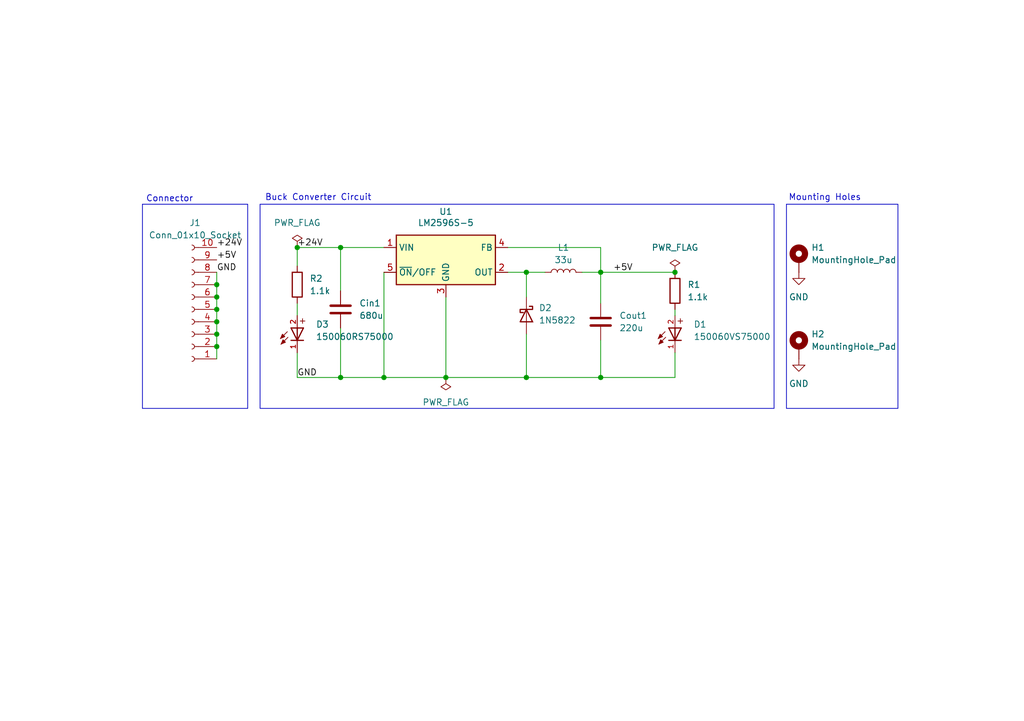
<source format=kicad_sch>
(kicad_sch (version 20231120) (generator "eeschema") (generator_version "8.0")
  (paper "A5")
  (lib_symbols
    (symbol "Library:1N5822" (pin_numbers hide) (pin_names (offset 1.016) hide)
      (property "Reference" "D" (at 0 2.54 0))
      (property "Value" "1N5822" (at 0 -2.54 0))
      (symbol "1N5822_0_1"
        (polyline (pts (xy 1.27 0) (xy -1.27 0)))
        (polyline (pts (xy 1.27 1.27) (xy 1.27 -1.27) (xy -1.27 0) (xy 1.27 1.27)) (stroke (width 0.254)))
        (polyline (pts (xy -1.905 0.635) (xy -1.905 1.27) (xy -1.27 1.27) (xy -1.27 -1.27) (xy -0.635 -1.27) (xy -0.635 -0.635)) (stroke (width 0.254)))
      )
      (symbol "1N5822_1_1"
        (pin passive line (at -3.81 0 0) (length 2.54) (name "K") (number "1"))
        (pin passive line (at 3.81 0 180) (length 2.54) (name "A") (number "2"))
      )
    )
    (symbol "Library:C" (pin_numbers hide) (pin_names (offset 0.254))
      (property "Reference" "C" (at 0.635 2.54 0))
      (property "Value" "C" (at 0.635 -2.54 0))
      (symbol "C_0_1"
        (polyline (pts (xy -2.032 -0.762) (xy 2.032 -0.762)) (stroke (width 0.508)))
        (polyline (pts (xy -2.032 0.762) (xy 2.032 0.762)) (stroke (width 0.508)))
      )
      (symbol "C_1_1"
        (pin passive line (at 0 3.81 270) (length 2.794) (name "~") (number "1"))
        (pin passive line (at 0 -3.81 90) (length 2.794) (name "~") (number "2"))
      )
    )
    (symbol "Library:Conn_01x10_Socket" (pin_names (offset 1.016) hide)
      (property "Reference" "J" (at 0 12.7 0))
      (property "Value" "Conn_01x10_Socket" (at 0 -15.24 0))
      (symbol "Conn_01x10_Socket_1_1"
        (arc (start 0 -12.192) (mid -0.5058 -12.7) (end 0 -13.208) (stroke (width 0.1524)))
        (arc (start 0 -9.652) (mid -0.5058 -10.16) (end 0 -10.668) (stroke (width 0.1524)))
        (arc (start 0 -7.112) (mid -0.5058 -7.62) (end 0 -8.128) (stroke (width 0.1524)))
        (arc (start 0 -4.572) (mid -0.5058 -5.08) (end 0 -5.588) (stroke (width 0.1524)))
        (arc (start 0 -2.032) (mid -0.5058 -2.54) (end 0 -3.048) (stroke (width 0.1524)))
        (polyline (pts (xy -1.27 -12.7) (xy -0.508 -12.7)) (stroke (width 0.1524)))
        (polyline (pts (xy -1.27 -10.16) (xy -0.508 -10.16)) (stroke (width 0.1524)))
        (polyline (pts (xy -1.27 -7.62) (xy -0.508 -7.62)) (stroke (width 0.1524)))
        (polyline (pts (xy -1.27 -5.08) (xy -0.508 -5.08)) (stroke (width 0.1524)))
        (polyline (pts (xy -1.27 -2.54) (xy -0.508 -2.54)) (stroke (width 0.1524)))
        (polyline (pts (xy -1.27 0) (xy -0.508 0)) (stroke (width 0.1524)))
        (polyline (pts (xy -1.27 2.54) (xy -0.508 2.54)) (stroke (width 0.1524)))
        (polyline (pts (xy -1.27 5.08) (xy -0.508 5.08)) (stroke (width 0.1524)))
        (polyline (pts (xy -1.27 7.62) (xy -0.508 7.62)) (stroke (width 0.1524)))
        (polyline (pts (xy -1.27 10.16) (xy -0.508 10.16)) (stroke (width 0.1524)))
        (arc (start 0 0.508) (mid -0.5058 0) (end 0 -0.508) (stroke (width 0.1524)))
        (arc (start 0 3.048) (mid -0.5058 2.54) (end 0 2.032) (stroke (width 0.1524)))
        (arc (start 0 5.588) (mid -0.5058 5.08) (end 0 4.572) (stroke (width 0.1524)))
        (arc (start 0 8.128) (mid -0.5058 7.62) (end 0 7.112) (stroke (width 0.1524)))
        (arc (start 0 10.668) (mid -0.5058 10.16) (end 0 9.652) (stroke (width 0.1524)))
        (pin passive line (at -5.08 10.16 0) (length 3.81) (name "Pin_1") (number "1"))
        (pin passive line (at -5.08 -12.7 0) (length 3.81) (name "Pin_10") (number "10"))
        (pin passive line (at -5.08 7.62 0) (length 3.81) (name "Pin_2") (number "2"))
        (pin passive line (at -5.08 5.08 0) (length 3.81) (name "Pin_3") (number "3"))
        (pin passive line (at -5.08 2.54 0) (length 3.81) (name "Pin_4") (number "4"))
        (pin passive line (at -5.08 0 0) (length 3.81) (name "Pin_5") (number "5"))
        (pin passive line (at -5.08 -2.54 0) (length 3.81) (name "Pin_6") (number "6"))
        (pin passive line (at -5.08 -5.08 0) (length 3.81) (name "Pin_7") (number "7"))
        (pin passive line (at -5.08 -7.62 0) (length 3.81) (name "Pin_8") (number "8"))
        (pin passive line (at -5.08 -10.16 0) (length 3.81) (name "Pin_9") (number "9"))
      )
    )
    (symbol "Library:L" (pin_numbers hide) (pin_names (offset 1.016) hide)
      (property "Reference" "L" (at -1.27 0 90))
      (property "Value" "L" (at 1.905 0 90))
      (symbol "L_0_1"
        (arc (start 0 -2.54) (mid 0.6323 -1.905) (end 0 -1.27))
        (arc (start 0 -1.27) (mid 0.6323 -0.635) (end 0 0))
        (arc (start 0 0) (mid 0.6323 0.635) (end 0 1.27))
        (arc (start 0 1.27) (mid 0.6323 1.905) (end 0 2.54))
      )
      (symbol "L_1_1"
        (pin passive line (at 0 3.81 270) (length 1.27) (name "1") (number "1"))
        (pin passive line (at 0 -3.81 90) (length 1.27) (name "2") (number "2"))
      )
    )
    (symbol "Library:LM2596S-5"
      (property "Reference" "U" (at -10.16 6.35 0))
      (property "Value" "LM2596S-5" (at 0 6.35 0))
      (symbol "LM2596S-5_0_1"
        (rectangle (start -10.16 5.08) (end 10.16 -5.08) (stroke (width 0.254)) (fill (type background)))
      )
      (symbol "LM2596S-5_1_1"
        (pin power_in line (at -12.7 2.54 0) (length 2.54) (name "VIN") (number "1"))
        (pin output line (at 12.7 -2.54 180) (length 2.54) (name "OUT") (number "2"))
        (pin power_in line (at 0 -7.62 90) (length 2.54) (name "GND") (number "3"))
        (pin input line (at 12.7 2.54 180) (length 2.54) (name "FB") (number "4"))
        (pin input line (at -12.7 -2.54 0) (length 2.54) (name "~{ON}/OFF") (number "5"))
      )
    )
    (symbol "Library:PWR_FLAG" (power) (pin_numbers hide) (pin_names (offset 0) hide)
      (property "Value" "PWR_FLAG" (at 0 3.81 0))
      (symbol "PWR_FLAG_0_0"
        (pin power_out line (at 0 0 90) (length 0) (name "~") (number "1"))
      )
      (symbol "PWR_FLAG_0_1"
        (polyline (pts (xy 0 0) (xy 0 1.27) (xy -1.016 1.905) (xy 0 2.54) (xy 1.016 1.905) (xy 0 1.27)))
      )
    )
    (symbol "Library:R" (pin_numbers hide) (pin_names (offset 0))
      (property "Reference" "R" (at 2.032 0 90))
      (property "Value" "R" (at 0 0 90))
      (symbol "R_0_1"
        (rectangle (start -1.016 -2.54) (end 1.016 2.54) (stroke (width 0.254)))
      )
      (symbol "R_1_1"
        (pin passive line (at 0 3.81 270) (length 1.27) (name "~") (number "1"))
        (pin passive line (at 0 -3.81 90) (length 1.27) (name "~") (number "2"))
      )
    )
    (symbol "Library:WL-SMCW_0603" (pin_names (offset 1.016))
      (property "Reference" "D" (at -1.988 3.972 0))
      (property "Value" "WL-SMCW_0603" (at -2.628 -3.928 0))
      (symbol "WL-SMCW_0603_0_0"
        (polyline (pts (xy 0 -1.27) (xy 0 0)) (stroke (width 0.254)))
        (polyline (pts (xy 0 0) (xy 0 1.27)) (stroke (width 0.254)))
        (polyline (pts (xy 0 0) (xy 2.54 0)) (stroke (width 0.254)))
        (polyline (pts (xy 0 0) (xy 2.54 1.27)) (stroke (width 0.254)))
        (polyline (pts (xy 0.635 1.905) (xy -0.762 3.302)) (stroke (width 0.1524)))
        (polyline (pts (xy 1.778 2.032) (xy 0.381 3.429)) (stroke (width 0.1524)))
        (polyline (pts (xy 2.54 -1.27) (xy 0 0)) (stroke (width 0.254)))
        (polyline (pts (xy 2.54 -1.27) (xy 2.54 0)) (stroke (width 0.254)))
        (polyline (pts (xy 2.54 0) (xy 2.54 1.27)) (stroke (width 0.254)))
        (polyline (pts (xy -0.762 3.302) (xy 0.127 2.921) (xy -0.381 2.413) (xy -0.762 3.302)) (stroke (width 0.1524)) (fill (type outline)))
        (polyline (pts (xy 0.381 3.429) (xy 1.27 3.048) (xy 0.762 2.54) (xy 0.381 3.429)) (stroke (width 0.1524)) (fill (type outline)))
        (text "+" (at 3.08 -1.74 0) (effects (font (size 1.27 1.27)) (justify left bottom)))
        (pin passive line (at -2.54 0 0) (length 2.54) (name "~") (number "1"))
        (pin passive line (at 5.08 0 180) (length 2.54) (name "~") (number "2"))
      )
    )
    (symbol "Mechanical:MountingHole_Pad" (pin_numbers hide) (pin_names (offset 1.016) hide) (exclude_from_sim yes) (in_bom no)
      (property "Reference" "H" (at 0 6.35 0))
      (property "Value" "MountingHole_Pad" (at 0 4.445 0))
      (symbol "MountingHole_Pad_0_1"
        (circle (center 0 1.27) (radius 1.27) (stroke (width 1.27)))
      )
      (symbol "MountingHole_Pad_1_1"
        (pin input line (at 0 -2.54 90) (length 2.54) (name "1") (number "1"))
      )
    )
    (symbol "power:GND" (power) (pin_numbers hide) (pin_names (offset 0) hide)
      (property "Value" "GND" (at 0 -3.81 0))
      (symbol "GND_0_1"
        (polyline (pts (xy 0 0) (xy 0 -1.27) (xy 1.27 -1.27) (xy 0 -2.54) (xy -1.27 -1.27) (xy 0 -1.27)))
      )
      (symbol "GND_1_1"
        (pin power_in line (at 0 0 270) (length 0) (name "~") (number "1"))
      )
    )
  )
  (junction (at 44.45 71.12))
  (junction (at 78.74 77.47))
  (junction (at 69.85 77.47))
  (junction (at 107.95 77.47))
  (junction (at 44.45 63.5))
  (junction (at 69.85 50.8))
  (junction (at 44.45 66.04))
  (junction (at 60.96 50.8))
  (junction (at 44.45 58.42))
  (junction (at 123.19 55.88))
  (junction (at 91.44 77.47))
  (junction (at 107.95 55.88))
  (junction (at 44.45 60.96))
  (junction (at 123.19 77.47))
  (junction (at 44.45 68.58))
  (junction (at 138.43 55.88))
  (wire (pts (xy 107.95 55.88) (xy 111.76 55.88)))
  (wire (pts (xy 123.19 50.8) (xy 123.19 55.88)))
  (wire (pts (xy 44.45 71.12) (xy 44.45 73.66)))
  (wire (pts (xy 123.19 77.47) (xy 138.43 77.47)))
  (wire (pts (xy 60.96 50.8) (xy 60.96 54.61)))
  (wire (pts (xy 78.74 55.88) (xy 78.74 77.47)))
  (wire (pts (xy 44.45 55.88) (xy 44.45 58.42)))
  (wire (pts (xy 138.43 63.5) (xy 138.43 64.77)))
  (wire (pts (xy 104.14 55.88) (xy 107.95 55.88)))
  (wire (pts (xy 123.19 62.23) (xy 123.19 55.88)))
  (wire (pts (xy 44.45 68.58) (xy 44.45 71.12)))
  (wire (pts (xy 69.85 59.69) (xy 69.85 50.8)))
  (wire (pts (xy 69.85 77.47) (xy 78.74 77.47)))
  (wire (pts (xy 91.44 77.47) (xy 107.95 77.47)))
  (wire (pts (xy 123.19 69.85) (xy 123.19 77.47)))
  (wire (pts (xy 60.96 62.23) (xy 60.96 64.77)))
  (wire (pts (xy 44.45 60.96) (xy 44.45 63.5)))
  (wire (pts (xy 138.43 72.39) (xy 138.43 77.47)))
  (wire (pts (xy 69.85 67.31) (xy 69.85 77.47)))
  (wire (pts (xy 44.45 66.04) (xy 44.45 68.58)))
  (wire (pts (xy 91.44 60.96) (xy 91.44 77.47)))
  (wire (pts (xy 123.19 55.88) (xy 138.43 55.88)))
  (wire (pts (xy 78.74 77.47) (xy 91.44 77.47)))
  (wire (pts (xy 104.14 50.8) (xy 123.19 50.8)))
  (wire (pts (xy 107.95 60.96) (xy 107.95 55.88)))
  (wire (pts (xy 44.45 58.42) (xy 44.45 60.96)))
  (wire (pts (xy 69.85 50.8) (xy 78.74 50.8)))
  (wire (pts (xy 107.95 77.47) (xy 123.19 77.47)))
  (wire (pts (xy 119.38 55.88) (xy 123.19 55.88)))
  (wire (pts (xy 60.96 72.39) (xy 60.96 77.47)))
  (wire (pts (xy 107.95 68.58) (xy 107.95 77.47)))
  (wire (pts (xy 60.96 50.8) (xy 69.85 50.8)))
  (wire (pts (xy 44.45 63.5) (xy 44.45 66.04)))
  (wire (pts (xy 60.96 77.47) (xy 69.85 77.47)))
  (rectangle (start 29.21 41.91) (end 50.8 83.82))
  (rectangle (start 53.34 41.91) (end 158.75 83.82))
  (rectangle (start 161.29 41.91) (end 184.15 83.82))
  (text "Connector" (at 34.798 40.894 0) (effects (font (size 1.27 1.27))))
  (text "Buck Converter Circuit" (at 65.278 40.64 0) (effects (font (size 1.27 1.27))))
  (text "Mounting Holes" (at 169.164 40.64 0) (effects (font (size 1.27 1.27))))
  (label "GND" (at 60.96 77.47 0))
  (label "GND" (at 44.45 55.88 0))
  (label "+5V" (at 125.73 55.88 0))
  (label "+24V" (at 60.96 50.8 0))
  (label "+5V" (at 44.45 53.34 0))
  (label "+24V" (at 44.45 50.8 0))
  (symbol (lib_id "Library:1N5822") (at 107.95 64.77 270) (unit 1)
    (property "Reference" "D2" (at 110.49 63.1824 90) (effects (justify left)))
    (property "Value" "1N5822" (at 110.49 65.7224 90) (effects (justify left)))
    (property "Footprint" "Diode_THT:D_DO-201AD_P15.24mm_Horizontal" (effects (hide yes)))
    (property "Datasheet" "http://www.vishay.com/docs/88526/1n5820.pdf" (effects (hide yes)))
    (property "Description" "40V 3A Schottky Barrier Rectifier Diode, DO-201AD" (effects (hide yes)))
  )
  (symbol (lib_id "Library:Conn_01x10_Socket") (at 39.37 63.5 180) (unit 1)
    (property "Reference" "J1" (at 40.005 45.72 0))
    (property "Value" "Conn_01x10_Socket" (at 40.005 48.26 0))
    (property "Footprint" "10pin Socket:PRECI-DIP_310-87-110-41-001101" (effects (hide yes)))
    (property "Description" "Generic connector, single row, 01x10, script generated" (effects (hide yes)))
  )
  (symbol (lib_id "Library:L") (at 115.57 55.88 90) (unit 1)
    (property "Reference" "L1" (at 115.57 50.8 90))
    (property "Value" "33u" (at 115.57 53.34 90))
    (property "Footprint" "NLCV32T_330K_EF:INDM3225X240N" (effects (hide yes)))
    (property "Description" "Inductor" (effects (hide yes)))
  )
  (symbol (lib_id "Library:PWR_FLAG") (at 60.96 50.8 0) (unit 1)
    (property "Reference" "#FLG01" (effects (hide yes)))
    (property "Value" "PWR_FLAG" (at 60.96 45.72 0))
    (property "Description" "Special symbol for telling ERC where power comes from" (effects (hide yes)))
  )
  (symbol (lib_id "Library:C") (at 123.19 66.04 0) (unit 1)
    (property "Reference" "Cout1" (at 127 64.7699 0) (effects (justify left)))
    (property "Value" "220u" (at 127 67.3099 0) (effects (justify left)))
    (property "Footprint" "footprints:CAP_YX_6P3X11_RUB" (effects (hide yes)))
    (property "Description" "Unpolarized capacitor" (effects (hide yes)))
  )
  (symbol (lib_id "power:GND") (at 163.83 55.88 0) (unit 1)
    (property "Reference" "#PWR02" (effects (hide yes)))
    (property "Value" "GND" (at 163.83 60.96 0))
    (property "Description" "Power symbol creates a global label with name \"GND\" , ground" (effects (hide yes)))
  )
  (symbol (lib_id "Library:WL-SMCW_0603") (at 138.43 69.85 90) (unit 1)
    (property "Reference" "D1" (at 142.24 66.5616 90) (effects (justify right)))
    (property "Value" "150060VS75000" (at 142.24 69.1016 90) (effects (justify right)))
    (property "Footprint" "WL-SMCW_0603:WL-SMCW_0603" (effects (hide yes)))
    (property "Datasheet" "https://www.we-online.com/components/products/datasheet/150060VS75000.pdf" (effects (hide yes)))
    (property "Description" "Light emitting diode" (effects (hide yes)))
  )
  (symbol (lib_id "Library:PWR_FLAG") (at 138.43 55.88 0) (unit 1)
    (property "Reference" "#FLG02" (effects (hide yes)))
    (property "Value" "PWR_FLAG" (at 138.43 50.8 0))
    (property "Description" "Special symbol for telling ERC where power comes from" (effects (hide yes)))
  )
  (symbol (lib_id "Library:LM2596S-5") (at 91.44 53.34 0) (unit 1)
    (property "Reference" "U1" (at 91.44 43.434 0))
    (property "Value" "LM2596S-5" (at 91.44 45.72 0))
    (property "Footprint" "Package_TO_SOT_SMD:TO-263-5_TabPin3" (effects (hide yes)))
    (property "Datasheet" "http://www.ti.com/lit/ds/symlink/lm2596.pdf" (effects (hide yes)))
    (property "Description" "5V 3A Step-Down Voltage Regulator, TO-263" (effects (hide yes)))
  )
  (symbol (lib_id "power:GND") (at 163.83 73.66 0) (unit 1)
    (property "Reference" "#PWR01" (effects (hide yes)))
    (property "Value" "GND" (at 163.83 78.74 0))
    (property "Description" "Power symbol creates a global label with name \"GND\" , ground" (effects (hide yes)))
  )
  (symbol (lib_id "Library:WL-SMCW_0603") (at 60.96 69.85 90) (unit 1)
    (property "Reference" "D3" (at 64.77 66.5616 90) (effects (justify right)))
    (property "Value" "150060RS75000" (at 64.77 69.1016 90) (effects (justify right)))
    (property "Footprint" "WL-SMCW_0603:WL-SMCW_0603" (effects (hide yes)))
    (property "Datasheet" "https://www.we-online.com/components/products/datasheet/150060RS75000.pdf" (effects (hide yes)))
    (property "Description" "Light emitting diode" (effects (hide yes)))
  )
  (symbol (lib_id "Mechanical:MountingHole_Pad") (at 163.83 53.34 0) (unit 1) (exclude_from_sim yes) (in_bom no)
    (property "Reference" "H1" (at 166.37 50.7999 0) (effects (justify left)))
    (property "Value" "MountingHole_Pad" (at 166.37 53.3399 0) (effects (justify left)))
    (property "Footprint" "MountingHole:MountingHole_3.7mm_Pad" (effects (hide yes)))
    (property "Description" "Mounting Hole with connection" (effects (hide yes)))
  )
  (symbol (lib_id "Mechanical:MountingHole_Pad") (at 163.83 71.12 0) (unit 1) (exclude_from_sim yes) (in_bom no)
    (property "Reference" "H2" (at 166.37 68.5799 0) (effects (justify left)))
    (property "Value" "MountingHole_Pad" (at 166.37 71.1199 0) (effects (justify left)))
    (property "Footprint" "MountingHole:MountingHole_3.7mm_Pad" (effects (hide yes)))
    (property "Description" "Mounting Hole with connection" (effects (hide yes)))
  )
  (symbol (lib_id "Library:R") (at 138.43 59.69 0) (unit 1)
    (property "Reference" "R1" (at 140.97 58.4199 0) (effects (justify left)))
    (property "Value" "1.1k" (at 140.97 60.9599 0) (effects (justify left)))
    (property "Footprint" "RMCF0805JT1K10:RESC2012X65N" (effects (hide yes)))
    (property "Description" "Resistor" (effects (hide yes)))
  )
  (symbol (lib_id "Library:R") (at 60.96 58.42 0) (unit 1)
    (property "Reference" "R2" (at 63.5 57.1499 0) (effects (justify left)))
    (property "Value" "1.1k" (at 63.5 59.6899 0) (effects (justify left)))
    (property "Footprint" "RMCF0805JT1K10:RESC2012X65N" (effects (hide yes)))
    (property "Description" "Resistor" (effects (hide yes)))
  )
  (symbol (lib_id "Library:PWR_FLAG") (at 91.44 77.47 180) (unit 1)
    (property "Reference" "#FLG03" (effects (hide yes)))
    (property "Value" "PWR_FLAG" (at 91.44 82.55 0))
    (property "Description" "Special symbol for telling ERC where power comes from" (effects (hide yes)))
  )
  (symbol (lib_id "Library:C") (at 69.85 63.5 0) (unit 1)
    (property "Reference" "Cin1" (at 73.66 62.2299 0) (effects (justify left)))
    (property "Value" "680u" (at 73.66 64.7699 0) (effects (justify left)))
    (property "Footprint" "KiCad:CAPAE660X800N" (effects (hide yes)))
    (property "Description" "Unpolarized capacitor" (effects (hide yes)))
  )
)
</source>
